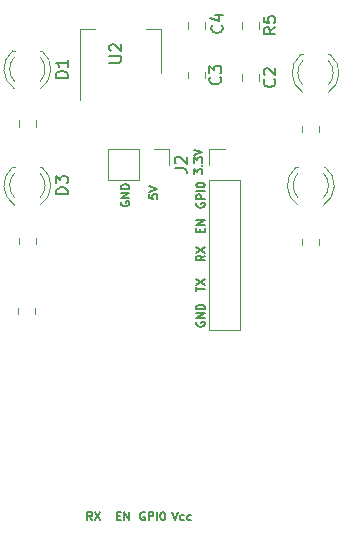
<source format=gbr>
%TF.GenerationSoftware,KiCad,Pcbnew,(5.1.6)-1*%
%TF.CreationDate,2020-09-30T20:40:37+02:00*%
%TF.ProjectId,ESP_test,4553505f-7465-4737-942e-6b696361645f,rev?*%
%TF.SameCoordinates,Original*%
%TF.FileFunction,Legend,Top*%
%TF.FilePolarity,Positive*%
%FSLAX46Y46*%
G04 Gerber Fmt 4.6, Leading zero omitted, Abs format (unit mm)*
G04 Created by KiCad (PCBNEW (5.1.6)-1) date 2020-09-30 20:40:37*
%MOMM*%
%LPD*%
G01*
G04 APERTURE LIST*
%ADD10C,0.175000*%
%ADD11C,0.120000*%
%ADD12C,0.150000*%
G04 APERTURE END LIST*
D10*
X132433333Y-103450000D02*
X132366666Y-103416666D01*
X132266666Y-103416666D01*
X132166666Y-103450000D01*
X132100000Y-103516666D01*
X132066666Y-103583333D01*
X132033333Y-103716666D01*
X132033333Y-103816666D01*
X132066666Y-103950000D01*
X132100000Y-104016666D01*
X132166666Y-104083333D01*
X132266666Y-104116666D01*
X132333333Y-104116666D01*
X132433333Y-104083333D01*
X132466666Y-104050000D01*
X132466666Y-103816666D01*
X132333333Y-103816666D01*
X132766666Y-104116666D02*
X132766666Y-103416666D01*
X133033333Y-103416666D01*
X133100000Y-103450000D01*
X133133333Y-103483333D01*
X133166666Y-103550000D01*
X133166666Y-103650000D01*
X133133333Y-103716666D01*
X133100000Y-103750000D01*
X133033333Y-103783333D01*
X132766666Y-103783333D01*
X133466666Y-104116666D02*
X133466666Y-103416666D01*
X133933333Y-103416666D02*
X134000000Y-103416666D01*
X134066666Y-103450000D01*
X134100000Y-103483333D01*
X134133333Y-103550000D01*
X134166666Y-103683333D01*
X134166666Y-103850000D01*
X134133333Y-103983333D01*
X134100000Y-104050000D01*
X134066666Y-104083333D01*
X134000000Y-104116666D01*
X133933333Y-104116666D01*
X133866666Y-104083333D01*
X133833333Y-104050000D01*
X133800000Y-103983333D01*
X133766666Y-103850000D01*
X133766666Y-103683333D01*
X133800000Y-103550000D01*
X133833333Y-103483333D01*
X133866666Y-103450000D01*
X133933333Y-103416666D01*
X127983333Y-104116666D02*
X127750000Y-103783333D01*
X127583333Y-104116666D02*
X127583333Y-103416666D01*
X127850000Y-103416666D01*
X127916666Y-103450000D01*
X127950000Y-103483333D01*
X127983333Y-103550000D01*
X127983333Y-103650000D01*
X127950000Y-103716666D01*
X127916666Y-103750000D01*
X127850000Y-103783333D01*
X127583333Y-103783333D01*
X128216666Y-103416666D02*
X128683333Y-104116666D01*
X128683333Y-103416666D02*
X128216666Y-104116666D01*
X130083333Y-103750000D02*
X130316666Y-103750000D01*
X130416666Y-104116666D02*
X130083333Y-104116666D01*
X130083333Y-103416666D01*
X130416666Y-103416666D01*
X130716666Y-104116666D02*
X130716666Y-103416666D01*
X131116666Y-104116666D01*
X131116666Y-103416666D01*
X134766666Y-103416666D02*
X135000000Y-104116666D01*
X135233333Y-103416666D01*
X135766666Y-104083333D02*
X135700000Y-104116666D01*
X135566666Y-104116666D01*
X135500000Y-104083333D01*
X135466666Y-104050000D01*
X135433333Y-103983333D01*
X135433333Y-103783333D01*
X135466666Y-103716666D01*
X135500000Y-103683333D01*
X135566666Y-103650000D01*
X135700000Y-103650000D01*
X135766666Y-103683333D01*
X136366666Y-104083333D02*
X136300000Y-104116666D01*
X136166666Y-104116666D01*
X136100000Y-104083333D01*
X136066666Y-104050000D01*
X136033333Y-103983333D01*
X136033333Y-103783333D01*
X136066666Y-103716666D01*
X136100000Y-103683333D01*
X136166666Y-103650000D01*
X136300000Y-103650000D01*
X136366666Y-103683333D01*
X130450000Y-77133333D02*
X130416666Y-77200000D01*
X130416666Y-77300000D01*
X130450000Y-77400000D01*
X130516666Y-77466666D01*
X130583333Y-77500000D01*
X130716666Y-77533333D01*
X130816666Y-77533333D01*
X130950000Y-77500000D01*
X131016666Y-77466666D01*
X131083333Y-77400000D01*
X131116666Y-77300000D01*
X131116666Y-77233333D01*
X131083333Y-77133333D01*
X131050000Y-77100000D01*
X130816666Y-77100000D01*
X130816666Y-77233333D01*
X131116666Y-76800000D02*
X130416666Y-76800000D01*
X131116666Y-76400000D01*
X130416666Y-76400000D01*
X131116666Y-76066666D02*
X130416666Y-76066666D01*
X130416666Y-75900000D01*
X130450000Y-75800000D01*
X130516666Y-75733333D01*
X130583333Y-75700000D01*
X130716666Y-75666666D01*
X130816666Y-75666666D01*
X130950000Y-75700000D01*
X131016666Y-75733333D01*
X131083333Y-75800000D01*
X131116666Y-75900000D01*
X131116666Y-76066666D01*
X132816666Y-76533333D02*
X132816666Y-76866666D01*
X133150000Y-76900000D01*
X133116666Y-76866666D01*
X133083333Y-76800000D01*
X133083333Y-76633333D01*
X133116666Y-76566666D01*
X133150000Y-76533333D01*
X133216666Y-76500000D01*
X133383333Y-76500000D01*
X133450000Y-76533333D01*
X133483333Y-76566666D01*
X133516666Y-76633333D01*
X133516666Y-76800000D01*
X133483333Y-76866666D01*
X133450000Y-76900000D01*
X132816666Y-76300000D02*
X133516666Y-76066666D01*
X132816666Y-75833333D01*
X136616666Y-74833333D02*
X136616666Y-74400000D01*
X136883333Y-74633333D01*
X136883333Y-74533333D01*
X136916666Y-74466666D01*
X136950000Y-74433333D01*
X137016666Y-74400000D01*
X137183333Y-74400000D01*
X137250000Y-74433333D01*
X137283333Y-74466666D01*
X137316666Y-74533333D01*
X137316666Y-74733333D01*
X137283333Y-74800000D01*
X137250000Y-74833333D01*
X137250000Y-74100000D02*
X137283333Y-74066666D01*
X137316666Y-74100000D01*
X137283333Y-74133333D01*
X137250000Y-74100000D01*
X137316666Y-74100000D01*
X136616666Y-73833333D02*
X136616666Y-73400000D01*
X136883333Y-73633333D01*
X136883333Y-73533333D01*
X136916666Y-73466666D01*
X136950000Y-73433333D01*
X137016666Y-73400000D01*
X137183333Y-73400000D01*
X137250000Y-73433333D01*
X137283333Y-73466666D01*
X137316666Y-73533333D01*
X137316666Y-73733333D01*
X137283333Y-73800000D01*
X137250000Y-73833333D01*
X136616666Y-73200000D02*
X137316666Y-72966666D01*
X136616666Y-72733333D01*
X136850000Y-77266666D02*
X136816666Y-77333333D01*
X136816666Y-77433333D01*
X136850000Y-77533333D01*
X136916666Y-77600000D01*
X136983333Y-77633333D01*
X137116666Y-77666666D01*
X137216666Y-77666666D01*
X137350000Y-77633333D01*
X137416666Y-77600000D01*
X137483333Y-77533333D01*
X137516666Y-77433333D01*
X137516666Y-77366666D01*
X137483333Y-77266666D01*
X137450000Y-77233333D01*
X137216666Y-77233333D01*
X137216666Y-77366666D01*
X137516666Y-76933333D02*
X136816666Y-76933333D01*
X136816666Y-76666666D01*
X136850000Y-76600000D01*
X136883333Y-76566666D01*
X136950000Y-76533333D01*
X137050000Y-76533333D01*
X137116666Y-76566666D01*
X137150000Y-76600000D01*
X137183333Y-76666666D01*
X137183333Y-76933333D01*
X137516666Y-76233333D02*
X136816666Y-76233333D01*
X136816666Y-75766666D02*
X136816666Y-75700000D01*
X136850000Y-75633333D01*
X136883333Y-75600000D01*
X136950000Y-75566666D01*
X137083333Y-75533333D01*
X137250000Y-75533333D01*
X137383333Y-75566666D01*
X137450000Y-75600000D01*
X137483333Y-75633333D01*
X137516666Y-75700000D01*
X137516666Y-75766666D01*
X137483333Y-75833333D01*
X137450000Y-75866666D01*
X137383333Y-75900000D01*
X137250000Y-75933333D01*
X137083333Y-75933333D01*
X136950000Y-75900000D01*
X136883333Y-75866666D01*
X136850000Y-75833333D01*
X136816666Y-75766666D01*
X137150000Y-79716666D02*
X137150000Y-79483333D01*
X137516666Y-79383333D02*
X137516666Y-79716666D01*
X136816666Y-79716666D01*
X136816666Y-79383333D01*
X137516666Y-79083333D02*
X136816666Y-79083333D01*
X137516666Y-78683333D01*
X136816666Y-78683333D01*
X137516666Y-81716666D02*
X137183333Y-81950000D01*
X137516666Y-82116666D02*
X136816666Y-82116666D01*
X136816666Y-81850000D01*
X136850000Y-81783333D01*
X136883333Y-81750000D01*
X136950000Y-81716666D01*
X137050000Y-81716666D01*
X137116666Y-81750000D01*
X137150000Y-81783333D01*
X137183333Y-81850000D01*
X137183333Y-82116666D01*
X136816666Y-81483333D02*
X137516666Y-81016666D01*
X136816666Y-81016666D02*
X137516666Y-81483333D01*
X136850000Y-87333333D02*
X136816666Y-87400000D01*
X136816666Y-87500000D01*
X136850000Y-87600000D01*
X136916666Y-87666666D01*
X136983333Y-87700000D01*
X137116666Y-87733333D01*
X137216666Y-87733333D01*
X137350000Y-87700000D01*
X137416666Y-87666666D01*
X137483333Y-87600000D01*
X137516666Y-87500000D01*
X137516666Y-87433333D01*
X137483333Y-87333333D01*
X137450000Y-87300000D01*
X137216666Y-87300000D01*
X137216666Y-87433333D01*
X137516666Y-87000000D02*
X136816666Y-87000000D01*
X137516666Y-86600000D01*
X136816666Y-86600000D01*
X137516666Y-86266666D02*
X136816666Y-86266666D01*
X136816666Y-86100000D01*
X136850000Y-86000000D01*
X136916666Y-85933333D01*
X136983333Y-85900000D01*
X137116666Y-85866666D01*
X137216666Y-85866666D01*
X137350000Y-85900000D01*
X137416666Y-85933333D01*
X137483333Y-86000000D01*
X137516666Y-86100000D01*
X137516666Y-86266666D01*
X136816666Y-84733333D02*
X136816666Y-84333333D01*
X137516666Y-84533333D02*
X136816666Y-84533333D01*
X136816666Y-84166666D02*
X137516666Y-83700000D01*
X136816666Y-83700000D02*
X137516666Y-84166666D01*
D11*
%TO.C,J1*%
X137870000Y-88030000D02*
X140530000Y-88030000D01*
X137870000Y-75270000D02*
X137870000Y-88030000D01*
X140530000Y-75270000D02*
X140530000Y-88030000D01*
X137870000Y-75270000D02*
X140530000Y-75270000D01*
X137870000Y-74000000D02*
X137870000Y-72670000D01*
X137870000Y-72670000D02*
X139200000Y-72670000D01*
%TO.C,R5*%
X140690000Y-61963748D02*
X140690000Y-62486252D01*
X142110000Y-61963748D02*
X142110000Y-62486252D01*
%TO.C,D4*%
X147736000Y-74210000D02*
X147580000Y-74210000D01*
X145420000Y-74210000D02*
X145264000Y-74210000D01*
X145420163Y-76811130D02*
G75*
G02*
X145420000Y-74729039I1079837J1041130D01*
G01*
X147579837Y-76811130D02*
G75*
G03*
X147580000Y-74729039I-1079837J1041130D01*
G01*
X145421392Y-77442335D02*
G75*
G02*
X145264484Y-74210000I1078608J1672335D01*
G01*
X147578608Y-77442335D02*
G75*
G03*
X147735516Y-74210000I-1078608J1672335D01*
G01*
%TO.C,U2*%
X126990000Y-68500000D02*
X126990000Y-62490000D01*
X133810000Y-66250000D02*
X133810000Y-62490000D01*
X126990000Y-62490000D02*
X128250000Y-62490000D01*
X133810000Y-62490000D02*
X132550000Y-62490000D01*
%TO.C,C4*%
X136090000Y-61963748D02*
X136090000Y-62486252D01*
X137510000Y-61963748D02*
X137510000Y-62486252D01*
%TO.C,C3*%
X136090000Y-66163748D02*
X136090000Y-66686252D01*
X137510000Y-66163748D02*
X137510000Y-66686252D01*
%TO.C,C2*%
X140690000Y-66363748D02*
X140690000Y-66886252D01*
X142110000Y-66363748D02*
X142110000Y-66886252D01*
%TO.C,D3*%
X123736000Y-74210000D02*
X123580000Y-74210000D01*
X121420000Y-74210000D02*
X121264000Y-74210000D01*
X121420163Y-76811130D02*
G75*
G02*
X121420000Y-74729039I1079837J1041130D01*
G01*
X123579837Y-76811130D02*
G75*
G03*
X123580000Y-74729039I-1079837J1041130D01*
G01*
X121421392Y-77442335D02*
G75*
G02*
X121264484Y-74210000I1078608J1672335D01*
G01*
X123578608Y-77442335D02*
G75*
G03*
X123735516Y-74210000I-1078608J1672335D01*
G01*
%TO.C,D2*%
X148136000Y-64670000D02*
X147980000Y-64670000D01*
X145820000Y-64670000D02*
X145664000Y-64670000D01*
X145820163Y-67271130D02*
G75*
G02*
X145820000Y-65189039I1079837J1041130D01*
G01*
X147979837Y-67271130D02*
G75*
G03*
X147980000Y-65189039I-1079837J1041130D01*
G01*
X145821392Y-67902335D02*
G75*
G02*
X145664484Y-64670000I1078608J1672335D01*
G01*
X147978608Y-67902335D02*
G75*
G03*
X148135516Y-64670000I-1078608J1672335D01*
G01*
%TO.C,D1*%
X123736000Y-64370000D02*
X123580000Y-64370000D01*
X121420000Y-64370000D02*
X121264000Y-64370000D01*
X121420163Y-66971130D02*
G75*
G02*
X121420000Y-64889039I1079837J1041130D01*
G01*
X123579837Y-66971130D02*
G75*
G03*
X123580000Y-64889039I-1079837J1041130D01*
G01*
X121421392Y-67602335D02*
G75*
G02*
X121264484Y-64370000I1078608J1672335D01*
G01*
X123578608Y-67602335D02*
G75*
G03*
X123735516Y-64370000I-1078608J1672335D01*
G01*
%TO.C,J2*%
X134530000Y-72670000D02*
X134530000Y-74000000D01*
X133200000Y-72670000D02*
X134530000Y-72670000D01*
X131930000Y-72670000D02*
X131930000Y-75330000D01*
X131930000Y-75330000D02*
X129330000Y-75330000D01*
X131930000Y-72670000D02*
X129330000Y-72670000D01*
X129330000Y-72670000D02*
X129330000Y-75330000D01*
%TO.C,R4*%
X147210000Y-80786252D02*
X147210000Y-80263748D01*
X145790000Y-80786252D02*
X145790000Y-80263748D01*
%TO.C,R3*%
X123210000Y-80761252D02*
X123210000Y-80238748D01*
X121790000Y-80761252D02*
X121790000Y-80238748D01*
%TO.C,R2*%
X145790000Y-70738748D02*
X145790000Y-71261252D01*
X147210000Y-70738748D02*
X147210000Y-71261252D01*
%TO.C,C1*%
X121690000Y-86113748D02*
X121690000Y-86636252D01*
X123110000Y-86113748D02*
X123110000Y-86636252D01*
%TO.C,R1*%
X121790000Y-70263748D02*
X121790000Y-70786252D01*
X123210000Y-70263748D02*
X123210000Y-70786252D01*
%TO.C,R5*%
D12*
X143502380Y-62391666D02*
X143026190Y-62725000D01*
X143502380Y-62963095D02*
X142502380Y-62963095D01*
X142502380Y-62582142D01*
X142550000Y-62486904D01*
X142597619Y-62439285D01*
X142692857Y-62391666D01*
X142835714Y-62391666D01*
X142930952Y-62439285D01*
X142978571Y-62486904D01*
X143026190Y-62582142D01*
X143026190Y-62963095D01*
X142502380Y-61486904D02*
X142502380Y-61963095D01*
X142978571Y-62010714D01*
X142930952Y-61963095D01*
X142883333Y-61867857D01*
X142883333Y-61629761D01*
X142930952Y-61534523D01*
X142978571Y-61486904D01*
X143073809Y-61439285D01*
X143311904Y-61439285D01*
X143407142Y-61486904D01*
X143454761Y-61534523D01*
X143502380Y-61629761D01*
X143502380Y-61867857D01*
X143454761Y-61963095D01*
X143407142Y-62010714D01*
%TO.C,U2*%
X129452380Y-65361904D02*
X130261904Y-65361904D01*
X130357142Y-65314285D01*
X130404761Y-65266666D01*
X130452380Y-65171428D01*
X130452380Y-64980952D01*
X130404761Y-64885714D01*
X130357142Y-64838095D01*
X130261904Y-64790476D01*
X129452380Y-64790476D01*
X129547619Y-64361904D02*
X129500000Y-64314285D01*
X129452380Y-64219047D01*
X129452380Y-63980952D01*
X129500000Y-63885714D01*
X129547619Y-63838095D01*
X129642857Y-63790476D01*
X129738095Y-63790476D01*
X129880952Y-63838095D01*
X130452380Y-64409523D01*
X130452380Y-63790476D01*
%TO.C,C4*%
X138957142Y-62216666D02*
X139004761Y-62264285D01*
X139052380Y-62407142D01*
X139052380Y-62502380D01*
X139004761Y-62645238D01*
X138909523Y-62740476D01*
X138814285Y-62788095D01*
X138623809Y-62835714D01*
X138480952Y-62835714D01*
X138290476Y-62788095D01*
X138195238Y-62740476D01*
X138100000Y-62645238D01*
X138052380Y-62502380D01*
X138052380Y-62407142D01*
X138100000Y-62264285D01*
X138147619Y-62216666D01*
X138385714Y-61359523D02*
X139052380Y-61359523D01*
X138004761Y-61597619D02*
X138719047Y-61835714D01*
X138719047Y-61216666D01*
%TO.C,C3*%
X138807142Y-66591666D02*
X138854761Y-66639285D01*
X138902380Y-66782142D01*
X138902380Y-66877380D01*
X138854761Y-67020238D01*
X138759523Y-67115476D01*
X138664285Y-67163095D01*
X138473809Y-67210714D01*
X138330952Y-67210714D01*
X138140476Y-67163095D01*
X138045238Y-67115476D01*
X137950000Y-67020238D01*
X137902380Y-66877380D01*
X137902380Y-66782142D01*
X137950000Y-66639285D01*
X137997619Y-66591666D01*
X137902380Y-66258333D02*
X137902380Y-65639285D01*
X138283333Y-65972619D01*
X138283333Y-65829761D01*
X138330952Y-65734523D01*
X138378571Y-65686904D01*
X138473809Y-65639285D01*
X138711904Y-65639285D01*
X138807142Y-65686904D01*
X138854761Y-65734523D01*
X138902380Y-65829761D01*
X138902380Y-66115476D01*
X138854761Y-66210714D01*
X138807142Y-66258333D01*
%TO.C,C2*%
X143407142Y-66791666D02*
X143454761Y-66839285D01*
X143502380Y-66982142D01*
X143502380Y-67077380D01*
X143454761Y-67220238D01*
X143359523Y-67315476D01*
X143264285Y-67363095D01*
X143073809Y-67410714D01*
X142930952Y-67410714D01*
X142740476Y-67363095D01*
X142645238Y-67315476D01*
X142550000Y-67220238D01*
X142502380Y-67077380D01*
X142502380Y-66982142D01*
X142550000Y-66839285D01*
X142597619Y-66791666D01*
X142597619Y-66410714D02*
X142550000Y-66363095D01*
X142502380Y-66267857D01*
X142502380Y-66029761D01*
X142550000Y-65934523D01*
X142597619Y-65886904D01*
X142692857Y-65839285D01*
X142788095Y-65839285D01*
X142930952Y-65886904D01*
X143502380Y-66458333D01*
X143502380Y-65839285D01*
%TO.C,D3*%
X125912380Y-76508095D02*
X124912380Y-76508095D01*
X124912380Y-76270000D01*
X124960000Y-76127142D01*
X125055238Y-76031904D01*
X125150476Y-75984285D01*
X125340952Y-75936666D01*
X125483809Y-75936666D01*
X125674285Y-75984285D01*
X125769523Y-76031904D01*
X125864761Y-76127142D01*
X125912380Y-76270000D01*
X125912380Y-76508095D01*
X124912380Y-75603333D02*
X124912380Y-74984285D01*
X125293333Y-75317619D01*
X125293333Y-75174761D01*
X125340952Y-75079523D01*
X125388571Y-75031904D01*
X125483809Y-74984285D01*
X125721904Y-74984285D01*
X125817142Y-75031904D01*
X125864761Y-75079523D01*
X125912380Y-75174761D01*
X125912380Y-75460476D01*
X125864761Y-75555714D01*
X125817142Y-75603333D01*
%TO.C,D1*%
X125912380Y-66668095D02*
X124912380Y-66668095D01*
X124912380Y-66430000D01*
X124960000Y-66287142D01*
X125055238Y-66191904D01*
X125150476Y-66144285D01*
X125340952Y-66096666D01*
X125483809Y-66096666D01*
X125674285Y-66144285D01*
X125769523Y-66191904D01*
X125864761Y-66287142D01*
X125912380Y-66430000D01*
X125912380Y-66668095D01*
X125912380Y-65144285D02*
X125912380Y-65715714D01*
X125912380Y-65430000D02*
X124912380Y-65430000D01*
X125055238Y-65525238D01*
X125150476Y-65620476D01*
X125198095Y-65715714D01*
%TO.C,J2*%
X134982380Y-74333333D02*
X135696666Y-74333333D01*
X135839523Y-74380952D01*
X135934761Y-74476190D01*
X135982380Y-74619047D01*
X135982380Y-74714285D01*
X135077619Y-73904761D02*
X135030000Y-73857142D01*
X134982380Y-73761904D01*
X134982380Y-73523809D01*
X135030000Y-73428571D01*
X135077619Y-73380952D01*
X135172857Y-73333333D01*
X135268095Y-73333333D01*
X135410952Y-73380952D01*
X135982380Y-73952380D01*
X135982380Y-73333333D01*
%TD*%
M02*

</source>
